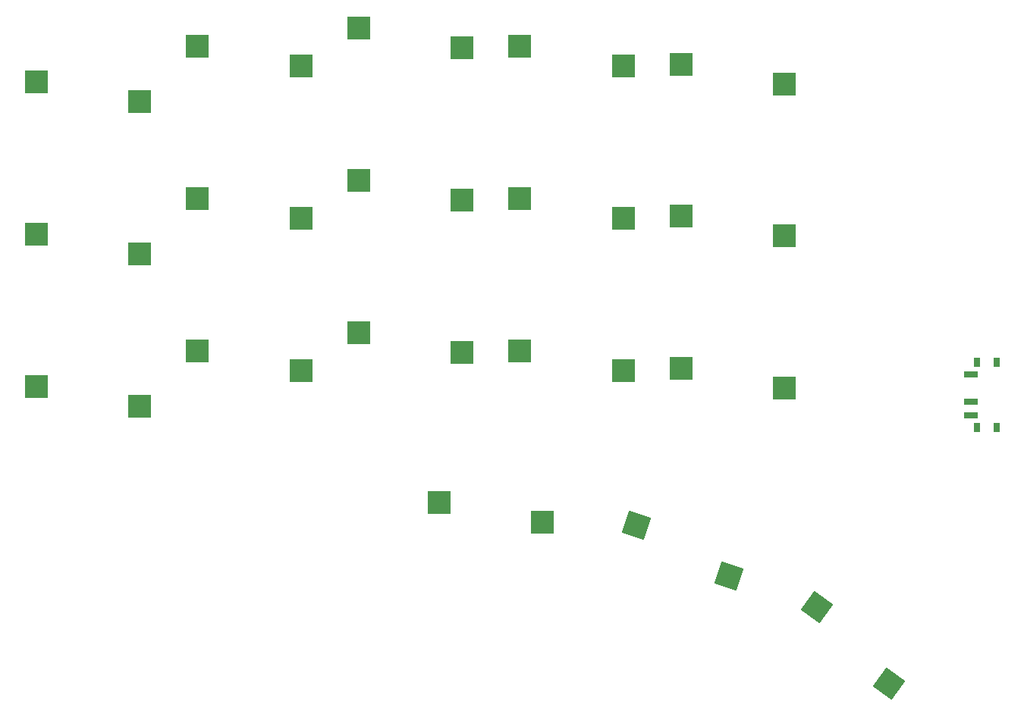
<source format=gbr>
%TF.GenerationSoftware,KiCad,Pcbnew,7.0.9*%
%TF.CreationDate,2023-11-22T09:36:00+00:00*%
%TF.ProjectId,vee_board_routed,7665655f-626f-4617-9264-5f726f757465,v1.0.0*%
%TF.SameCoordinates,Original*%
%TF.FileFunction,Paste,Bot*%
%TF.FilePolarity,Positive*%
%FSLAX46Y46*%
G04 Gerber Fmt 4.6, Leading zero omitted, Abs format (unit mm)*
G04 Created by KiCad (PCBNEW 7.0.9) date 2023-11-22 09:36:00*
%MOMM*%
%LPD*%
G01*
G04 APERTURE LIST*
G04 Aperture macros list*
%AMRotRect*
0 Rectangle, with rotation*
0 The origin of the aperture is its center*
0 $1 length*
0 $2 width*
0 $3 Rotation angle, in degrees counterclockwise*
0 Add horizontal line*
21,1,$1,$2,0,0,$3*%
G04 Aperture macros list end*
%ADD10R,2.600000X2.600000*%
%ADD11R,0.800000X1.000000*%
%ADD12R,1.500000X0.700000*%
%ADD13RotRect,2.600000X2.600000X324.000000*%
%ADD14RotRect,2.600000X2.600000X342.000000*%
G04 APERTURE END LIST*
D10*
%TO.C,S11*%
X232945000Y-130320000D03*
X244495000Y-132520000D03*
%TD*%
%TO.C,S4*%
X196945000Y-147320000D03*
X208495000Y-149520000D03*
%TD*%
%TO.C,S9*%
X214945000Y-111320000D03*
X226495000Y-113520000D03*
%TD*%
%TO.C,S12*%
X232945000Y-113320000D03*
X244495000Y-115520000D03*
%TD*%
%TO.C,S5*%
X196945000Y-130320000D03*
X208495000Y-132520000D03*
%TD*%
%TO.C,S1*%
X178945000Y-151320000D03*
X190495000Y-153520000D03*
%TD*%
D11*
%TO.C,T1*%
X283940000Y-155920000D03*
X286150000Y-155920000D03*
D12*
X283290000Y-154520000D03*
D11*
X283940000Y-148620000D03*
X286150000Y-148620000D03*
D12*
X283290000Y-150020000D03*
X283290000Y-153020000D03*
%TD*%
D10*
%TO.C,S2*%
X178945000Y-134320000D03*
X190495000Y-136520000D03*
%TD*%
%TO.C,S8*%
X214945000Y-128320000D03*
X226495000Y-130520000D03*
%TD*%
%TO.C,S13*%
X250945000Y-149320000D03*
X262495000Y-151520000D03*
%TD*%
%TO.C,S16*%
X223945000Y-164320000D03*
X235495000Y-166520000D03*
%TD*%
D13*
%TO.C,S18*%
X266067792Y-175931352D03*
X274118810Y-184500109D03*
%TD*%
D10*
%TO.C,S3*%
X178945000Y-117320000D03*
X190495000Y-119520000D03*
%TD*%
%TO.C,S7*%
X214945000Y-145320000D03*
X226495000Y-147520000D03*
%TD*%
%TO.C,S10*%
X232945000Y-147320000D03*
X244495000Y-149520000D03*
%TD*%
%TO.C,S14*%
X250945000Y-132320000D03*
X262495000Y-134520000D03*
%TD*%
%TO.C,S6*%
X196945000Y-113320000D03*
X208495000Y-115520000D03*
%TD*%
%TO.C,S15*%
X250945000Y-115320000D03*
X262495000Y-117520000D03*
%TD*%
D14*
%TO.C,S17*%
X245943941Y-166799183D03*
X256248806Y-172460654D03*
%TD*%
M02*

</source>
